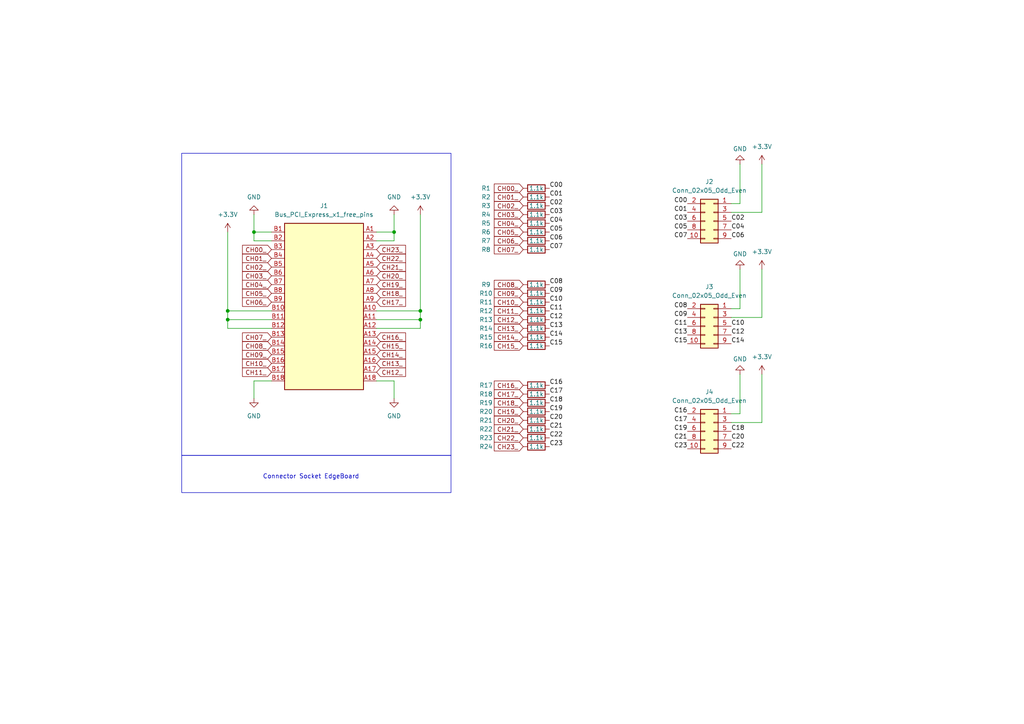
<source format=kicad_sch>
(kicad_sch (version 20230121) (generator eeschema)
  (paper "A4")
  (lib_symbols
    (symbol "Connector_Generic:Conn_02x05_Odd_Even" (pin_names (offset 1.016) hide)
      (property "Reference" "J" (at 1.27 7.62 0))
      (property "Value" "Conn_02x05_Odd_Even" (at 1.27 -7.62 0))
      (symbol "Conn_02x05_Odd_Even_1_1"
        (rectangle (start -1.27 -4.953) (end 0 -5.207) (stroke (width 0.1524)))
        (rectangle (start -1.27 -2.413) (end 0 -2.667) (stroke (width 0.1524)))
        (rectangle (start -1.27 0.127) (end 0 -0.127) (stroke (width 0.1524)))
        (rectangle (start -1.27 2.667) (end 0 2.413) (stroke (width 0.1524)))
        (rectangle (start -1.27 5.207) (end 0 4.953) (stroke (width 0.1524)))
        (rectangle (start -1.27 6.35) (end 3.81 -6.35) (stroke (width 0.254)) (fill (type background)))
        (rectangle (start 3.81 -4.953) (end 2.54 -5.207) (stroke (width 0.1524)))
        (rectangle (start 3.81 -2.413) (end 2.54 -2.667) (stroke (width 0.1524)))
        (rectangle (start 3.81 0.127) (end 2.54 -0.127) (stroke (width 0.1524)))
        (rectangle (start 3.81 2.667) (end 2.54 2.413) (stroke (width 0.1524)))
        (rectangle (start 3.81 5.207) (end 2.54 4.953) (stroke (width 0.1524)))
        (pin passive line (at -5.08 5.08 0) (length 3.81) (name "Pin_1") (number "1"))
        (pin passive line (at 7.62 -5.08 180) (length 3.81) (name "Pin_10") (number "10"))
        (pin passive line (at 7.62 5.08 180) (length 3.81) (name "Pin_2") (number "2"))
        (pin passive line (at -5.08 2.54 0) (length 3.81) (name "Pin_3") (number "3"))
        (pin passive line (at 7.62 2.54 180) (length 3.81) (name "Pin_4") (number "4"))
        (pin passive line (at -5.08 0 0) (length 3.81) (name "Pin_5") (number "5"))
        (pin passive line (at 7.62 0 180) (length 3.81) (name "Pin_6") (number "6"))
        (pin passive line (at -5.08 -2.54 0) (length 3.81) (name "Pin_7") (number "7"))
        (pin passive line (at 7.62 -2.54 180) (length 3.81) (name "Pin_8") (number "8"))
        (pin passive line (at -5.08 -5.08 0) (length 3.81) (name "Pin_9") (number "9"))
      )
    )
    (symbol "Connectors:Bus_PCI_Express_x1_free_pins"
      (property "Reference" "J" (at -8.89 22.86 0))
      (property "Value" "Bus_PCI_Express_x1_free_pins" (at 0 0 0))
      (symbol "Bus_PCI_Express_x1_free_pins_0_1"
        (rectangle (start -11.43 21.59) (end 11.43 -26.67) (stroke (width 0.254)) (fill (type background)))
      )
      (symbol "Bus_PCI_Express_x1_free_pins_1_1"
        (pin passive line (at 15.24 19.05 180) (length 3.81) (name "") (number "A1"))
        (pin passive line (at 15.24 -3.81 180) (length 3.81) (name "") (number "A10"))
        (pin passive line (at 15.24 -6.35 180) (length 3.81) (name "") (number "A11"))
        (pin passive line (at 15.24 -8.89 180) (length 3.81) (name "") (number "A12"))
        (pin passive line (at 15.24 -11.43 180) (length 3.81) (name "") (number "A13"))
        (pin passive line (at 15.24 -13.97 180) (length 3.81) (name "") (number "A14"))
        (pin passive line (at 15.24 -16.51 180) (length 3.81) (name "") (number "A15"))
        (pin passive line (at 15.24 -19.05 180) (length 3.81) (name "") (number "A16"))
        (pin passive line (at 15.24 -21.59 180) (length 3.81) (name "") (number "A17"))
        (pin passive line (at 15.24 -24.13 180) (length 3.81) (name "") (number "A18"))
        (pin passive line (at 15.24 16.51 180) (length 3.81) (name "") (number "A2"))
        (pin passive line (at 15.24 13.97 180) (length 3.81) (name "") (number "A3"))
        (pin passive line (at 15.24 11.43 180) (length 3.81) (name "") (number "A4"))
        (pin passive line (at 15.24 8.89 180) (length 3.81) (name "") (number "A5"))
        (pin passive line (at 15.24 6.35 180) (length 3.81) (name "") (number "A6"))
        (pin output line (at 15.24 3.81 180) (length 3.81) (name "") (number "A7"))
        (pin passive line (at 15.24 1.27 180) (length 3.81) (name "") (number "A8"))
        (pin passive line (at 15.24 -1.27 180) (length 3.81) (name "") (number "A9"))
        (pin passive line (at -15.24 19.05 0) (length 3.81) (name "") (number "B1"))
        (pin passive line (at -15.24 -3.81 0) (length 3.81) (name "") (number "B10"))
        (pin passive line (at -15.24 -6.35 0) (length 3.81) (name "") (number "B11"))
        (pin passive line (at -15.24 -8.89 0) (length 3.81) (name "") (number "B12"))
        (pin passive line (at -15.24 -11.43 0) (length 3.81) (name "") (number "B13"))
        (pin passive line (at -15.24 -13.97 0) (length 3.81) (name "") (number "B14"))
        (pin passive line (at -15.24 -16.51 0) (length 3.81) (name "") (number "B15"))
        (pin passive line (at -15.24 -19.05 0) (length 3.81) (name "") (number "B16"))
        (pin passive line (at -15.24 -21.59 0) (length 3.81) (name "") (number "B17"))
        (pin passive line (at -15.24 -24.13 0) (length 3.81) (name "") (number "B18"))
        (pin passive line (at -15.24 16.51 0) (length 3.81) (name "") (number "B2"))
        (pin passive line (at -15.24 13.97 0) (length 3.81) (name "") (number "B3"))
        (pin passive line (at -15.24 11.43 0) (length 3.81) (name "") (number "B4"))
        (pin passive line (at -15.24 8.89 0) (length 3.81) (name "") (number "B5"))
        (pin passive line (at -15.24 6.35 0) (length 3.81) (name "") (number "B6"))
        (pin passive line (at -15.24 3.81 0) (length 3.81) (name "") (number "B7"))
        (pin passive line (at -15.24 1.27 0) (length 3.81) (name "") (number "B8"))
        (pin passive line (at -15.24 -1.27 0) (length 3.81) (name "") (number "B9"))
      )
    )
    (symbol "Device:R" (pin_numbers hide) (pin_names (offset 0))
      (property "Reference" "R" (at 2.032 0 90))
      (property "Value" "R" (at 0 0 90))
      (symbol "R_0_1"
        (rectangle (start -1.016 -2.54) (end 1.016 2.54) (stroke (width 0.254)))
      )
      (symbol "R_1_1"
        (pin passive line (at 0 3.81 270) (length 1.27) (name "~") (number "1"))
        (pin passive line (at 0 -3.81 90) (length 1.27) (name "~") (number "2"))
      )
    )
    (symbol "power:+3.3V" (power) (pin_names (offset 0))
      (property "Value" "+3.3V" (at 0 3.556 0))
      (symbol "+3.3V_0_1"
        (polyline (pts (xy -0.762 1.27) (xy 0 2.54)))
        (polyline (pts (xy 0 0) (xy 0 2.54)))
        (polyline (pts (xy 0 2.54) (xy 0.762 1.27)))
      )
      (symbol "+3.3V_1_1"
        (pin power_in line (at 0 0 90) (length 0) hide (name "+3.3V") (number "1"))
      )
    )
    (symbol "power:GND" (power) (pin_names (offset 0))
      (property "Value" "GND" (at 0 -3.81 0))
      (symbol "GND_0_1"
        (polyline (pts (xy 0 0) (xy 0 -1.27) (xy 1.27 -1.27) (xy 0 -2.54) (xy -1.27 -1.27) (xy 0 -1.27)))
      )
      (symbol "GND_1_1"
        (pin power_in line (at 0 0 270) (length 0) hide (name "GND") (number "1"))
      )
    )
  )
  (junction (at 73.66 67.31))
  (junction (at 121.92 92.71))
  (junction (at 66.04 92.71))
  (junction (at 121.92 90.17))
  (junction (at 66.04 90.17))
  (junction (at 114.3 67.31))
  (wire (pts (xy 73.66 67.31) (xy 78.74 67.31)))
  (wire (pts (xy 220.98 47.625) (xy 220.98 61.595)))
  (wire (pts (xy 109.22 95.25) (xy 121.92 95.25)))
  (wire (pts (xy 114.3 69.85) (xy 114.3 67.31)))
  (wire (pts (xy 121.92 95.25) (xy 121.92 92.71)))
  (wire (pts (xy 121.92 92.71) (xy 109.22 92.71)))
  (wire (pts (xy 214.63 59.055) (xy 212.09 59.055)))
  (wire (pts (xy 121.92 90.17) (xy 121.92 62.23)))
  (wire (pts (xy 73.66 62.23) (xy 73.66 67.31)))
  (wire (pts (xy 109.22 69.85) (xy 114.3 69.85)))
  (wire (pts (xy 220.98 92.075) (xy 212.09 92.075)))
  (wire (pts (xy 66.04 90.17) (xy 66.04 67.31)))
  (wire (pts (xy 114.3 67.31) (xy 109.22 67.31)))
  (wire (pts (xy 220.98 78.105) (xy 220.98 92.075)))
  (wire (pts (xy 114.3 115.57) (xy 114.3 110.49)))
  (wire (pts (xy 66.04 95.25) (xy 66.04 92.71)))
  (wire (pts (xy 214.63 89.535) (xy 212.09 89.535)))
  (wire (pts (xy 66.04 90.17) (xy 78.74 90.17)))
  (wire (pts (xy 114.3 110.49) (xy 109.22 110.49)))
  (wire (pts (xy 109.22 90.17) (xy 121.92 90.17)))
  (wire (pts (xy 78.74 69.85) (xy 73.66 69.85)))
  (wire (pts (xy 220.98 61.595) (xy 212.09 61.595)))
  (wire (pts (xy 66.04 92.71) (xy 78.74 92.71)))
  (wire (pts (xy 73.66 115.57) (xy 73.66 110.49)))
  (wire (pts (xy 214.63 78.105) (xy 214.63 89.535)))
  (wire (pts (xy 220.98 108.585) (xy 220.98 122.555)))
  (wire (pts (xy 73.66 110.49) (xy 78.74 110.49)))
  (wire (pts (xy 73.66 67.31) (xy 73.66 69.85)))
  (wire (pts (xy 214.63 120.015) (xy 212.09 120.015)))
  (wire (pts (xy 114.3 62.23) (xy 114.3 67.31)))
  (wire (pts (xy 66.04 92.71) (xy 66.04 90.17)))
  (wire (pts (xy 121.92 92.71) (xy 121.92 90.17)))
  (wire (pts (xy 78.74 95.25) (xy 66.04 95.25)))
  (wire (pts (xy 220.98 122.555) (xy 212.09 122.555)))
  (wire (pts (xy 214.63 47.625) (xy 214.63 59.055)))
  (wire (pts (xy 214.63 108.585) (xy 214.63 120.015)))
  (rectangle (start 52.705 44.45) (end 130.81 132.08))
  (rectangle (start 52.705 132.08) (end 130.81 142.875))
  (text "Connector Socket EdgeBoard" (at 76.2 139.065 0) (effects (font (size 1.27 1.27)) (justify left bottom)))
  (label "C19" (at 199.39 125.095 180))
  (label "C17" (at 159.385 114.3 0))
  (label "C23" (at 199.39 130.175 180))
  (label "C16" (at 159.385 111.76 0))
  (label "C11" (at 199.39 94.615 180))
  (label "C07" (at 159.385 72.39 0))
  (label "C11" (at 159.385 90.17 0))
  (label "C22" (at 212.09 130.175 0))
  (label "C18" (at 212.09 125.095 0))
  (label "C15" (at 199.39 99.695 180))
  (label "C16" (at 199.39 120.015 180))
  (label "C20" (at 212.09 127.635 0))
  (label "C05" (at 199.39 66.675 180))
  (label "C03" (at 199.39 64.135 180))
  (label "C01" (at 159.385 57.15 0))
  (label "C09" (at 199.39 92.075 180))
  (label "C02" (at 159.385 59.69 0))
  (label "C14" (at 212.09 99.695 0))
  (label "C10" (at 212.09 94.615 0))
  (label "C04" (at 159.385 64.77 0))
  (label "C05" (at 159.385 67.31 0))
  (label "C00" (at 159.385 54.61 0))
  (label "C09" (at 159.385 85.09 0))
  (label "C10" (at 159.385 87.63 0))
  (label "C15" (at 159.385 100.33 0))
  (label "C02" (at 212.09 64.135 0))
  (label "C19" (at 159.385 119.38 0))
  (label "C12" (at 212.09 97.155 0))
  (label "C04" (at 212.09 66.675 0))
  (label "C17" (at 199.39 122.555 180))
  (label "C13" (at 199.39 97.155 180))
  (label "C06" (at 159.385 69.85 0))
  (label "C22" (at 159.385 127 0))
  (label "C13" (at 159.385 95.25 0))
  (label "C20" (at 159.385 121.92 0))
  (label "C23" (at 159.385 129.54 0))
  (label "C07" (at 199.39 69.215 180))
  (label "C18" (at 159.385 116.84 0))
  (label "C03" (at 159.385 62.23 0))
  (label "C12" (at 159.385 92.71 0))
  (label "C00" (at 199.39 59.055 180))
  (label "C06" (at 212.09 69.215 0))
  (label "C14" (at 159.385 97.79 0))
  (label "C21" (at 159.385 124.46 0))
  (label "C01" (at 199.39 61.595 180))
  (label "C08" (at 199.39 89.535 180))
  (label "C21" (at 199.39 127.635 180))
  (label "C08" (at 159.385 82.55 0))
  (global_label "CH01_" (shape input) (at 151.765 57.15 180) (property "Intersheetrefs" "${INTERSHEET_REFS}" (effects hide)))
  (global_label "CH09_" (shape input) (at 78.74 102.87 180) (property "Intersheetrefs" "${INTERSHEET_REFS}" (effects hide)))
  (global_label "CH05_" (shape input) (at 151.765 67.31 180) (property "Intersheetrefs" "${INTERSHEET_REFS}" (effects hide)))
  (global_label "CH00_" (shape input) (at 78.74 72.39 180) (property "Intersheetrefs" "${INTERSHEET_REFS}" (effects hide)))
  (global_label "CH10_" (shape input) (at 151.765 87.63 180) (property "Intersheetrefs" "${INTERSHEET_REFS}" (effects hide)))
  (global_label "CH23_" (shape input) (at 109.22 72.39 0) (property "Intersheetrefs" "${INTERSHEET_REFS}" (effects hide)))
  (global_label "CH20_" (shape input) (at 109.22 80.01 0) (property "Intersheetrefs" "${INTERSHEET_REFS}" (effects hide)))
  (global_label "CH18_" (shape input) (at 109.22 85.09 0) (property "Intersheetrefs" "${INTERSHEET_REFS}" (effects hide)))
  (global_label "CH12_" (shape input) (at 151.765 92.71 180) (property "Intersheetrefs" "${INTERSHEET_REFS}" (effects hide)))
  (global_label "CH04_" (shape input) (at 151.765 64.77 180) (property "Intersheetrefs" "${INTERSHEET_REFS}" (effects hide)))
  (global_label "CH14_" (shape input) (at 109.22 102.87 0) (property "Intersheetrefs" "${INTERSHEET_REFS}" (effects hide)))
  (global_label "CH08_" (shape input) (at 151.765 82.55 180) (property "Intersheetrefs" "${INTERSHEET_REFS}" (effects hide)))
  (global_label "CH15_" (shape input) (at 151.765 100.33 180) (property "Intersheetrefs" "${INTERSHEET_REFS}" (effects hide)))
  (global_label "CH16_" (shape input) (at 109.22 97.79 0) (property "Intersheetrefs" "${INTERSHEET_REFS}" (effects hide)))
  (global_label "CH11_" (shape input) (at 151.765 90.17 180) (property "Intersheetrefs" "${INTERSHEET_REFS}" (effects hide)))
  (global_label "CH23_" (shape input) (at 151.765 129.54 180) (property "Intersheetrefs" "${INTERSHEET_REFS}" (effects hide)))
  (global_label "CH06_" (shape input) (at 78.74 87.63 180) (property "Intersheetrefs" "${INTERSHEET_REFS}" (effects hide)))
  (global_label "CH12_" (shape input) (at 109.22 107.95 0) (property "Intersheetrefs" "${INTERSHEET_REFS}" (effects hide)))
  (global_label "CH06_" (shape input) (at 151.765 69.85 180) (property "Intersheetrefs" "${INTERSHEET_REFS}" (effects hide)))
  (global_label "CH15_" (shape input) (at 109.22 100.33 0) (property "Intersheetrefs" "${INTERSHEET_REFS}" (effects hide)))
  (global_label "CH09_" (shape input) (at 151.765 85.09 180) (property "Intersheetrefs" "${INTERSHEET_REFS}" (effects hide)))
  (global_label "CH17_" (shape input) (at 109.22 87.63 0) (property "Intersheetrefs" "${INTERSHEET_REFS}" (effects hide)))
  (global_label "CH13_" (shape input) (at 109.22 105.41 0) (property "Intersheetrefs" "${INTERSHEET_REFS}" (effects hide)))
  (global_label "CH13_" (shape input) (at 151.765 95.25 180) (property "Intersheetrefs" "${INTERSHEET_REFS}" (effects hide)))
  (global_label "CH14_" (shape input) (at 151.765 97.79 180) (property "Intersheetrefs" "${INTERSHEET_REFS}" (effects hide)))
  (global_label "CH10_" (shape input) (at 78.74 105.41 180) (property "Intersheetrefs" "${INTERSHEET_REFS}" (effects hide)))
  (global_label "CH16_" (shape input) (at 151.765 111.76 180) (property "Intersheetrefs" "${INTERSHEET_REFS}" (effects hide)))
  (global_label "CH03_" (shape input) (at 78.74 80.01 180) (property "Intersheetrefs" "${INTERSHEET_REFS}" (effects hide)))
  (global_label "CH22_" (shape input) (at 109.22 74.93 0) (property "Intersheetrefs" "${INTERSHEET_REFS}" (effects hide)))
  (global_label "CH21_" (shape input) (at 109.22 77.47 0) (property "Intersheetrefs" "${INTERSHEET_REFS}" (effects hide)))
  (global_label "CH07_" (shape input) (at 78.74 97.79 180) (property "Intersheetrefs" "${INTERSHEET_REFS}" (effects hide)))
  (global_label "CH02_" (shape input) (at 151.765 59.69 180) (property "Intersheetrefs" "${INTERSHEET_REFS}" (effects hide)))
  (global_label "CH01_" (shape input) (at 78.74 74.93 180) (property "Intersheetrefs" "${INTERSHEET_REFS}" (effects hide)))
  (global_label "CH21_" (shape input) (at 151.765 124.46 180) (property "Intersheetrefs" "${INTERSHEET_REFS}" (effects hide)))
  (global_label "CH19_" (shape input) (at 151.765 119.38 180) (property "Intersheetrefs" "${INTERSHEET_REFS}" (effects hide)))
  (global_label "CH05_" (shape input) (at 78.74 85.09 180) (property "Intersheetrefs" "${INTERSHEET_REFS}" (effects hide)))
  (global_label "CH04_" (shape input) (at 78.74 82.55 180) (property "Intersheetrefs" "${INTERSHEET_REFS}" (effects hide)))
  (global_label "CH11_" (shape input) (at 78.74 107.95 180) (property "Intersheetrefs" "${INTERSHEET_REFS}" (effects hide)))
  (global_label "CH18_" (shape input) (at 151.765 116.84 180) (property "Intersheetrefs" "${INTERSHEET_REFS}" (effects hide)))
  (global_label "CH08_" (shape input) (at 78.74 100.33 180) (property "Intersheetrefs" "${INTERSHEET_REFS}" (effects hide)))
  (global_label "CH03_" (shape input) (at 151.765 62.23 180) (property "Intersheetrefs" "${INTERSHEET_REFS}" (effects hide)))
  (global_label "CH02_" (shape input) (at 78.74 77.47 180) (property "Intersheetrefs" "${INTERSHEET_REFS}" (effects hide)))
  (global_label "CH00_" (shape input) (at 151.765 54.61 180) (property "Intersheetrefs" "${INTERSHEET_REFS}" (effects hide)))
  (global_label "CH07_" (shape input) (at 151.765 72.39 180) (property "Intersheetrefs" "${INTERSHEET_REFS}" (effects hide)))
  (global_label "CH19_" (shape input) (at 109.22 82.55 0) (property "Intersheetrefs" "${INTERSHEET_REFS}" (effects hide)))
  (global_label "CH22_" (shape input) (at 151.765 127 180) (property "Intersheetrefs" "${INTERSHEET_REFS}" (effects hide)))
  (global_label "CH20_" (shape input) (at 151.765 121.92 180) (property "Intersheetrefs" "${INTERSHEET_REFS}" (effects hide)))
  (global_label "CH17_" (shape input) (at 151.765 114.3 180) (property "Intersheetrefs" "${INTERSHEET_REFS}" (effects hide)))
  (symbol (lib_id "power:+3.3V") (at 121.92 62.23 0) (unit 1)
    (property "Reference" "#PWR05" (effects hide))
    (property "Value" "+3.3V" (at 121.92 57.15 0))
  )
  (symbol (lib_id "Device:R") (at 155.575 90.17 90) (unit 1)
    (property "Reference" "R12" (at 140.97 90.17 90))
    (property "Value" "1.1k" (at 155.575 90.17 90))
    (property "Footprint" "Resistor_SMD:R_1206_3216Metric" (effects hide))
    (property "Fab:" "Fojan" (effects hide))
    (property "Man #:" "FRC1206J112 TS" (effects hide))
  )
  (symbol (lib_id "power:GND") (at 73.66 115.57 0) (unit 1)
    (property "Reference" "#PWR02" (effects hide))
    (property "Value" "GND" (at 73.66 120.65 0))
  )
  (symbol (lib_id "Device:R") (at 155.575 54.61 90) (unit 1)
    (property "Reference" "R1" (at 140.97 54.61 90))
    (property "Value" "1.1k" (at 155.575 54.61 90))
    (property "Footprint" "Resistor_SMD:R_1206_3216Metric" (effects hide))
    (property "Fab:" "Fojan" (effects hide))
    (property "Man #:" "FRC1206J112 TS" (effects hide))
  )
  (symbol (lib_id "Device:R") (at 155.575 121.92 90) (unit 1)
    (property "Reference" "R21" (at 140.97 121.92 90))
    (property "Value" "1.1k" (at 155.575 121.92 90))
    (property "Footprint" "Resistor_SMD:R_1206_3216Metric" (effects hide))
    (property "Fab:" "Fojan" (effects hide))
    (property "Man #:" "FRC1206J112 TS" (effects hide))
  )
  (symbol (lib_id "Device:R") (at 155.575 87.63 90) (unit 1)
    (property "Reference" "R11" (at 140.97 87.63 90))
    (property "Value" "1.1k" (at 155.575 87.63 90))
    (property "Footprint" "Resistor_SMD:R_1206_3216Metric" (effects hide))
    (property "Fab:" "Fojan" (effects hide))
    (property "Man #:" "FRC1206J112 TS" (effects hide))
  )
  (symbol (lib_id "Device:R") (at 155.575 92.71 90) (unit 1)
    (property "Reference" "R13" (at 140.97 92.71 90))
    (property "Value" "1.1k" (at 155.575 92.71 90))
    (property "Footprint" "Resistor_SMD:R_1206_3216Metric" (effects hide))
    (property "Fab:" "Fojan" (effects hide))
    (property "Man #:" "FRC1206J112 TS" (effects hide))
  )
  (symbol (lib_id "Device:R") (at 155.575 124.46 90) (unit 1)
    (property "Reference" "R22" (at 140.97 124.46 90))
    (property "Value" "1.1k" (at 155.575 124.46 90))
    (property "Footprint" "Resistor_SMD:R_1206_3216Metric" (effects hide))
    (property "Fab:" "Fojan" (effects hide))
    (property "Man #:" "FRC1206J112 TS" (effects hide))
  )
  (symbol (lib_id "power:GND") (at 114.3 115.57 0) (mirror y) (unit 1)
    (property "Reference" "#PWR04" (effects hide))
    (property "Value" "GND" (at 114.3 120.65 0))
  )
  (symbol (lib_id "Device:R") (at 155.575 95.25 90) (unit 1)
    (property "Reference" "R14" (at 140.97 95.25 90))
    (property "Value" "1.1k" (at 155.575 95.25 90))
    (property "Footprint" "Resistor_SMD:R_1206_3216Metric" (effects hide))
    (property "Fab:" "Fojan" (effects hide))
    (property "Man #:" "FRC1206J112 TS" (effects hide))
  )
  (symbol (lib_id "power:GND") (at 214.63 108.585 180) (unit 1)
    (property "Reference" "#PWR08" (effects hide))
    (property "Value" "GND" (at 214.63 104.14 0))
  )
  (symbol (lib_id "Device:R") (at 155.575 69.85 90) (unit 1)
    (property "Reference" "R7" (at 140.97 69.85 90))
    (property "Value" "1.1k" (at 155.575 69.85 90))
    (property "Footprint" "Resistor_SMD:R_1206_3216Metric" (effects hide))
    (property "Fab:" "Fojan" (effects hide))
    (property "Man #:" "FRC1206J112 TS" (effects hide))
  )
  (symbol (lib_id "Device:R") (at 155.575 127 90) (unit 1)
    (property "Reference" "R23" (at 140.97 127 90))
    (property "Value" "1.1k" (at 155.575 127 90))
    (property "Footprint" "Resistor_SMD:R_1206_3216Metric" (effects hide))
    (property "Fab:" "Fojan" (effects hide))
    (property "Man #:" "FRC1206J112 TS" (effects hide))
  )
  (symbol (lib_id "power:GND") (at 214.63 47.625 180) (unit 1)
    (property "Reference" "#PWR06" (effects hide))
    (property "Value" "GND" (at 214.63 43.18 0))
  )
  (symbol (lib_id "power:+3.3V") (at 220.98 47.625 0) (unit 1)
    (property "Reference" "#PWR09" (effects hide))
    (property "Value" "+3.3V" (at 220.98 42.545 0))
  )
  (symbol (lib_id "Device:R") (at 155.575 85.09 90) (unit 1)
    (property "Reference" "R10" (at 140.97 85.09 90))
    (property "Value" "1.1k" (at 155.575 85.09 90))
    (property "Footprint" "Resistor_SMD:R_1206_3216Metric" (effects hide))
    (property "Fab:" "Fojan" (effects hide))
    (property "Man #:" "FRC1206J112 TS" (effects hide))
  )
  (symbol (lib_id "Device:R") (at 155.575 119.38 90) (unit 1)
    (property "Reference" "R20" (at 140.97 119.38 90))
    (property "Value" "1.1k" (at 155.575 119.38 90))
    (property "Footprint" "Resistor_SMD:R_1206_3216Metric" (effects hide))
    (property "Fab:" "Fojan" (effects hide))
    (property "Man #:" "FRC1206J112 TS" (effects hide))
  )
  (symbol (lib_id "Device:R") (at 155.575 57.15 90) (unit 1)
    (property "Reference" "R2" (at 140.97 57.15 90))
    (property "Value" "1.1k" (at 155.575 57.15 90))
    (property "Footprint" "Resistor_SMD:R_1206_3216Metric" (effects hide))
    (property "Fab:" "Fojan" (effects hide))
    (property "Man #:" "FRC1206J112 TS" (effects hide))
  )
  (symbol (lib_id "Connectors:Bus_PCI_Express_x1_free_pins") (at 93.98 86.36 0) (unit 1)
    (property "Reference" "J1" (at 93.98 59.69 0))
    (property "Value" "Bus_PCI_Express_x1_free_pins" (at 93.98 62.23 0))
    (property "Footprint" "Connector_PCBEdge:BUS_PCIexpress_x1" (effects hide))
    (property "Datasheet" "http://www.ritrontek.com/uploadfile/2016/1026/20161026105231124.pdf#page=63" (effects hide))
    (property "Man #:" "-" (effects hide))
    (property "Fab:" "-" (effects hide))
  )
  (symbol (lib_id "Connector_Generic:Conn_02x05_Odd_Even") (at 207.01 64.135 0) (mirror y) (unit 1)
    (property "Reference" "J2" (at 205.74 52.705 0))
    (property "Value" "Conn_02x05_Odd_Even" (at 205.74 55.245 0))
    (property "Footprint" "Connector_IDC:IDC-Header_2x05_P2.54mm_Vertical" (effects hide))
    (property "Man #:" "-" (effects hide))
    (property "Fab:" "-" (effects hide))
  )
  (symbol (lib_id "Device:R") (at 155.575 111.76 90) (unit 1)
    (property "Reference" "R17" (at 140.97 111.76 90))
    (property "Value" "1.1k" (at 155.575 111.76 90))
    (property "Footprint" "Resistor_SMD:R_1206_3216Metric" (effects hide))
    (property "Fab:" "Fojan" (effects hide))
    (property "Man #:" "FRC1206J112 TS" (effects hide))
  )
  (symbol (lib_id "power:GND") (at 114.3 62.23 180) (unit 1)
    (property "Reference" "#PWR03" (effects hide))
    (property "Value" "GND" (at 114.3 57.15 0))
  )
  (symbol (lib_id "Connector_Generic:Conn_02x05_Odd_Even") (at 207.01 94.615 0) (mirror y) (unit 1)
    (property "Reference" "J3" (at 205.74 83.185 0))
    (property "Value" "Conn_02x05_Odd_Even" (at 205.74 85.725 0))
    (property "Footprint" "Connector_IDC:IDC-Header_2x05_P2.54mm_Vertical" (effects hide))
    (property "Man #:" "-" (effects hide))
    (property "Fab:" "-" (effects hide))
  )
  (symbol (lib_id "power:+3.3V") (at 220.98 78.105 0) (unit 1)
    (property "Reference" "#PWR010" (effects hide))
    (property "Value" "+3.3V" (at 220.98 73.025 0))
  )
  (symbol (lib_id "Device:R") (at 155.575 59.69 90) (unit 1)
    (property "Reference" "R3" (at 140.97 59.69 90))
    (property "Value" "1.1k" (at 155.575 59.69 90))
    (property "Footprint" "Resistor_SMD:R_1206_3216Metric" (effects hide))
    (property "Fab:" "Fojan" (effects hide))
    (property "Man #:" "FRC1206J112 TS" (effects hide))
  )
  (symbol (lib_id "Device:R") (at 155.575 67.31 90) (unit 1)
    (property "Reference" "R6" (at 140.97 67.31 90))
    (property "Value" "1.1k" (at 155.575 67.31 90))
    (property "Footprint" "Resistor_SMD:R_1206_3216Metric" (effects hide))
    (property "Fab:" "Fojan" (effects hide))
    (property "Man #:" "FRC1206J112 TS" (effects hide))
  )
  (symbol (lib_id "Device:R") (at 155.575 114.3 90) (unit 1)
    (property "Reference" "R18" (at 140.97 114.3 90))
    (property "Value" "1.1k" (at 155.575 114.3 90))
    (property "Footprint" "Resistor_SMD:R_1206_3216Metric" (effects hide))
    (property "Fab:" "Fojan" (effects hide))
    (property "Man #:" "FRC1206J112 TS" (effects hide))
  )
  (symbol (lib_id "power:+3.3V") (at 66.04 67.31 0) (unit 1)
    (property "Reference" "#PWR012" (effects hide))
    (property "Value" "+3.3V" (at 66.04 62.23 0))
  )
  (symbol (lib_id "Device:R") (at 155.575 116.84 90) (unit 1)
    (property "Reference" "R19" (at 140.97 116.84 90))
    (property "Value" "1.1k" (at 155.575 116.84 90))
    (property "Footprint" "Resistor_SMD:R_1206_3216Metric" (effects hide))
    (property "Fab:" "Fojan" (effects hide))
    (property "Man #:" "FRC1206J112 TS" (effects hide))
  )
  (symbol (lib_id "power:GND") (at 214.63 78.105 180) (unit 1)
    (property "Reference" "#PWR07" (effects hide))
    (property "Value" "GND" (at 214.63 73.66 0))
  )
  (symbol (lib_id "Device:R") (at 155.575 100.33 90) (unit 1)
    (property "Reference" "R16" (at 140.97 100.33 90))
    (property "Value" "1.1k" (at 155.575 100.33 90))
    (property "Footprint" "Resistor_SMD:R_1206_3216Metric" (effects hide))
    (property "Fab:" "Fojan" (effects hide))
    (property "Man #:" "FRC1206J112 TS" (effects hide))
  )
  (symbol (lib_id "Device:R") (at 155.575 97.79 90) (unit 1)
    (property "Reference" "R15" (at 140.97 97.79 90))
    (property "Value" "1.1k" (at 155.575 97.79 90))
    (property "Footprint" "Resistor_SMD:R_1206_3216Metric" (effects hide))
    (property "Fab:" "Fojan" (effects hide))
    (property "Man #:" "FRC1206J112 TS" (effects hide))
  )
  (symbol (lib_id "power:GND") (at 73.66 62.23 0) (mirror x) (unit 1)
    (property "Reference" "#PWR01" (effects hide))
    (property "Value" "GND" (at 73.66 57.15 0))
  )
  (symbol (lib_id "Device:R") (at 155.575 62.23 90) (unit 1)
    (property "Reference" "R4" (at 140.97 62.23 90))
    (property "Value" "1.1k" (at 155.575 62.23 90))
    (property "Footprint" "Resistor_SMD:R_1206_3216Metric" (effects hide))
    (property "Fab:" "Fojan" (effects hide))
    (property "Man #:" "FRC1206J112 TS" (effects hide))
  )
  (symbol (lib_id "power:+3.3V") (at 220.98 108.585 0) (unit 1)
    (property "Reference" "#PWR011" (effects hide))
    (property "Value" "+3.3V" (at 220.98 103.505 0))
  )
  (symbol (lib_id "Device:R") (at 155.575 129.54 90) (unit 1)
    (property "Reference" "R24" (at 140.97 129.54 90))
    (property "Value" "1.1k" (at 155.575 129.54 90))
    (property "Footprint" "Resistor_SMD:R_1206_3216Metric" (effects hide))
    (property "Fab:" "Fojan" (effects hide))
    (property "Man #:" "FRC1206J112 TS" (effects hide))
  )
  (symbol (lib_id "Device:R") (at 155.575 82.55 90) (unit 1)
    (property "Reference" "R9" (at 140.97 82.55 90))
    (property "Value" "1.1k" (at 155.575 82.55 90))
    (property "Footprint" "Resistor_SMD:R_1206_3216Metric" (effects hide))
    (property "Fab:" "Fojan" (effects hide))
    (property "Man #:" "FRC1206J112 TS" (effects hide))
  )
  (symbol (lib_id "Device:R") (at 155.575 64.77 90) (unit 1)
    (property "Reference" "R5" (at 140.97 64.77 90))
    (property "Value" "1.1k" (at 155.575 64.77 90))
    (property "Footprint" "Resistor_SMD:R_1206_3216Metric" (effects hide))
    (property "Fab:" "Fojan" (effects hide))
    (property "Man #:" "FRC1206J112 TS" (effects hide))
  )
  (symbol (lib_id "Device:R") (at 155.575 72.39 90) (unit 1)
    (property "Reference" "R8" (at 140.97 72.39 90))
    (property "Value" "1.1k" (at 155.575 72.39 90))
    (property "Footprint" "Resistor_SMD:R_1206_3216Metric" (effects hide))
    (property "Fab:" "Fojan" (effects hide))
    (property "Man #:" "FRC1206J112 TS" (effects hide))
  )
  (symbol (lib_id "Connector_Generic:Conn_02x05_Odd_Even") (at 207.01 125.095 0) (mirror y) (unit 1)
    (property "Reference" "J4" (at 205.74 113.665 0))
    (property "Value" "Conn_02x05_Odd_Even" (at 205.74 116.205 0))
    (property "Footprint" "Connector_IDC:IDC-Header_2x05_P2.54mm_Vertical" (effects hide))
    (property "Man #:" "-" (effects hide))
    (property "Fab:" "-" (effects hide))
  )
)
</source>
